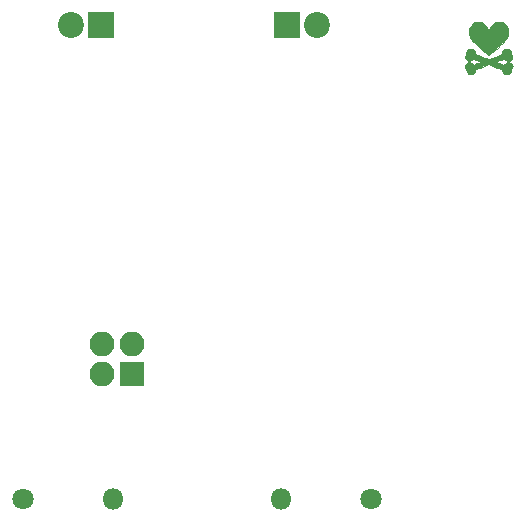
<source format=gbs>
G04 #@! TF.FileFunction,Soldermask,Bot*
%FSLAX46Y46*%
G04 Gerber Fmt 4.6, Leading zero omitted, Abs format (unit mm)*
G04 Created by KiCad (PCBNEW 4.0.7) date Thursday, July 26, 2018 'AMt' 11:31:36 AM*
%MOMM*%
%LPD*%
G01*
G04 APERTURE LIST*
%ADD10C,0.100000*%
%ADD11C,0.010000*%
%ADD12R,2.200000X2.200000*%
%ADD13C,2.200000*%
%ADD14C,1.800000*%
%ADD15O,1.800000X1.800000*%
%ADD16R,2.100000X2.100000*%
%ADD17O,2.100000X2.100000*%
G04 APERTURE END LIST*
D10*
D11*
G36*
X174896133Y-82809833D02*
X174827449Y-82839295D01*
X174745423Y-82914760D01*
X174691502Y-83015376D01*
X174674239Y-83123025D01*
X174677876Y-83156114D01*
X174693861Y-83241320D01*
X174108105Y-83459015D01*
X173522349Y-83676709D01*
X172945622Y-83462859D01*
X172784865Y-83403390D01*
X172640579Y-83350280D01*
X172519390Y-83305947D01*
X172427926Y-83272809D01*
X172372815Y-83253283D01*
X172359399Y-83249009D01*
X172356944Y-83226814D01*
X172362504Y-83171520D01*
X172365554Y-83151143D01*
X172360566Y-83031834D01*
X172309605Y-82925552D01*
X172217453Y-82842194D01*
X172215787Y-82841173D01*
X172108300Y-82801157D01*
X171982540Y-82792018D01*
X171860572Y-82813667D01*
X171795972Y-82842854D01*
X171719379Y-82913399D01*
X171665907Y-83008503D01*
X171644743Y-83109002D01*
X171648236Y-83151025D01*
X171647121Y-83216983D01*
X171616144Y-83254491D01*
X171573683Y-83298708D01*
X171530373Y-83364172D01*
X171525177Y-83373908D01*
X171496935Y-83444269D01*
X171497021Y-83508546D01*
X171509138Y-83556369D01*
X171565790Y-83665691D01*
X171654606Y-83745311D01*
X171764697Y-83792582D01*
X171885172Y-83804856D01*
X172005139Y-83779487D01*
X172113709Y-83713828D01*
X172122889Y-83705534D01*
X172204020Y-83629747D01*
X172557015Y-83761361D01*
X172679859Y-83807901D01*
X172782953Y-83848374D01*
X172858247Y-83879503D01*
X172897690Y-83898017D01*
X172901526Y-83901458D01*
X172875933Y-83912890D01*
X172811360Y-83938543D01*
X172716532Y-83975034D01*
X172600175Y-84018978D01*
X172551854Y-84037031D01*
X172403676Y-84090450D01*
X172298401Y-84124096D01*
X172232502Y-84138928D01*
X172202449Y-84135903D01*
X172200113Y-84132441D01*
X172175763Y-84095600D01*
X172128724Y-84044204D01*
X172115659Y-84031651D01*
X172011885Y-83965636D01*
X171893898Y-83939315D01*
X171773302Y-83949927D01*
X171661701Y-83994709D01*
X171570697Y-84070900D01*
X171512036Y-84175309D01*
X171496415Y-84288622D01*
X171529664Y-84390021D01*
X171589055Y-84462074D01*
X171638558Y-84521434D01*
X171650172Y-84577629D01*
X171647456Y-84596738D01*
X171651447Y-84689977D01*
X171690977Y-84787838D01*
X171756668Y-84871107D01*
X171795972Y-84901010D01*
X171906469Y-84942525D01*
X172034360Y-84951880D01*
X172157652Y-84929074D01*
X172218552Y-84901010D01*
X172289323Y-84837214D01*
X172342289Y-84751510D01*
X172368140Y-84662373D01*
X172365519Y-84609387D01*
X172363815Y-84590881D01*
X172372186Y-84573072D01*
X172396020Y-84553382D01*
X172440703Y-84529236D01*
X172511621Y-84498055D01*
X172614158Y-84457263D01*
X172753703Y-84404283D01*
X172935640Y-84336539D01*
X172936410Y-84336254D01*
X173521413Y-84119345D01*
X174096334Y-84332525D01*
X174256841Y-84391899D01*
X174400882Y-84444909D01*
X174521816Y-84489133D01*
X174613001Y-84522151D01*
X174667796Y-84541540D01*
X174680934Y-84545706D01*
X174682936Y-84566709D01*
X174675201Y-84607114D01*
X174677694Y-84687989D01*
X174714528Y-84777884D01*
X174776606Y-84859380D01*
X174828836Y-84901261D01*
X174937074Y-84942352D01*
X175062778Y-84951748D01*
X175183691Y-84929371D01*
X175241413Y-84902691D01*
X175327749Y-84826143D01*
X175381865Y-84728427D01*
X175395748Y-84624930D01*
X175393884Y-84609980D01*
X175393572Y-84542224D01*
X175423855Y-84502726D01*
X175425362Y-84501767D01*
X175480798Y-84443308D01*
X175523658Y-84355960D01*
X175545283Y-84261530D01*
X175543445Y-84204444D01*
X175500994Y-84106400D01*
X175420238Y-84023212D01*
X175313354Y-83963606D01*
X175192517Y-83936310D01*
X175168178Y-83935495D01*
X175079199Y-83952785D01*
X174984267Y-83996993D01*
X174903920Y-84056629D01*
X174865411Y-84104892D01*
X174825690Y-84149395D01*
X174792930Y-84150165D01*
X174755002Y-84135618D01*
X174679788Y-84107273D01*
X174577673Y-84069028D01*
X174459043Y-84024782D01*
X174441431Y-84018227D01*
X174326497Y-83974718D01*
X174231848Y-83937460D01*
X174166048Y-83909934D01*
X174137666Y-83895621D01*
X174137258Y-83894622D01*
X174162546Y-83883682D01*
X174227088Y-83858645D01*
X174322335Y-83822752D01*
X174439737Y-83779243D01*
X174499274Y-83757400D01*
X174639794Y-83706892D01*
X174740257Y-83673378D01*
X174807869Y-83655093D01*
X174849836Y-83650269D01*
X174873363Y-83657140D01*
X174880173Y-83664007D01*
X174942328Y-83720776D01*
X175031060Y-83771167D01*
X175122425Y-83803037D01*
X175164716Y-83808273D01*
X175288675Y-83788630D01*
X175400237Y-83735023D01*
X175487525Y-83655886D01*
X175538663Y-83559648D01*
X175543445Y-83539420D01*
X175541191Y-83452622D01*
X175511816Y-83358087D01*
X175463981Y-83277624D01*
X175425362Y-83242097D01*
X175394038Y-83203243D01*
X175393450Y-83136616D01*
X175393884Y-83133883D01*
X175386672Y-83030841D01*
X175338034Y-82931291D01*
X175255984Y-82850620D01*
X175241413Y-82841173D01*
X175137587Y-82802323D01*
X175014982Y-82791842D01*
X174896133Y-82809833D01*
X174896133Y-82809833D01*
G37*
X174896133Y-82809833D02*
X174827449Y-82839295D01*
X174745423Y-82914760D01*
X174691502Y-83015376D01*
X174674239Y-83123025D01*
X174677876Y-83156114D01*
X174693861Y-83241320D01*
X174108105Y-83459015D01*
X173522349Y-83676709D01*
X172945622Y-83462859D01*
X172784865Y-83403390D01*
X172640579Y-83350280D01*
X172519390Y-83305947D01*
X172427926Y-83272809D01*
X172372815Y-83253283D01*
X172359399Y-83249009D01*
X172356944Y-83226814D01*
X172362504Y-83171520D01*
X172365554Y-83151143D01*
X172360566Y-83031834D01*
X172309605Y-82925552D01*
X172217453Y-82842194D01*
X172215787Y-82841173D01*
X172108300Y-82801157D01*
X171982540Y-82792018D01*
X171860572Y-82813667D01*
X171795972Y-82842854D01*
X171719379Y-82913399D01*
X171665907Y-83008503D01*
X171644743Y-83109002D01*
X171648236Y-83151025D01*
X171647121Y-83216983D01*
X171616144Y-83254491D01*
X171573683Y-83298708D01*
X171530373Y-83364172D01*
X171525177Y-83373908D01*
X171496935Y-83444269D01*
X171497021Y-83508546D01*
X171509138Y-83556369D01*
X171565790Y-83665691D01*
X171654606Y-83745311D01*
X171764697Y-83792582D01*
X171885172Y-83804856D01*
X172005139Y-83779487D01*
X172113709Y-83713828D01*
X172122889Y-83705534D01*
X172204020Y-83629747D01*
X172557015Y-83761361D01*
X172679859Y-83807901D01*
X172782953Y-83848374D01*
X172858247Y-83879503D01*
X172897690Y-83898017D01*
X172901526Y-83901458D01*
X172875933Y-83912890D01*
X172811360Y-83938543D01*
X172716532Y-83975034D01*
X172600175Y-84018978D01*
X172551854Y-84037031D01*
X172403676Y-84090450D01*
X172298401Y-84124096D01*
X172232502Y-84138928D01*
X172202449Y-84135903D01*
X172200113Y-84132441D01*
X172175763Y-84095600D01*
X172128724Y-84044204D01*
X172115659Y-84031651D01*
X172011885Y-83965636D01*
X171893898Y-83939315D01*
X171773302Y-83949927D01*
X171661701Y-83994709D01*
X171570697Y-84070900D01*
X171512036Y-84175309D01*
X171496415Y-84288622D01*
X171529664Y-84390021D01*
X171589055Y-84462074D01*
X171638558Y-84521434D01*
X171650172Y-84577629D01*
X171647456Y-84596738D01*
X171651447Y-84689977D01*
X171690977Y-84787838D01*
X171756668Y-84871107D01*
X171795972Y-84901010D01*
X171906469Y-84942525D01*
X172034360Y-84951880D01*
X172157652Y-84929074D01*
X172218552Y-84901010D01*
X172289323Y-84837214D01*
X172342289Y-84751510D01*
X172368140Y-84662373D01*
X172365519Y-84609387D01*
X172363815Y-84590881D01*
X172372186Y-84573072D01*
X172396020Y-84553382D01*
X172440703Y-84529236D01*
X172511621Y-84498055D01*
X172614158Y-84457263D01*
X172753703Y-84404283D01*
X172935640Y-84336539D01*
X172936410Y-84336254D01*
X173521413Y-84119345D01*
X174096334Y-84332525D01*
X174256841Y-84391899D01*
X174400882Y-84444909D01*
X174521816Y-84489133D01*
X174613001Y-84522151D01*
X174667796Y-84541540D01*
X174680934Y-84545706D01*
X174682936Y-84566709D01*
X174675201Y-84607114D01*
X174677694Y-84687989D01*
X174714528Y-84777884D01*
X174776606Y-84859380D01*
X174828836Y-84901261D01*
X174937074Y-84942352D01*
X175062778Y-84951748D01*
X175183691Y-84929371D01*
X175241413Y-84902691D01*
X175327749Y-84826143D01*
X175381865Y-84728427D01*
X175395748Y-84624930D01*
X175393884Y-84609980D01*
X175393572Y-84542224D01*
X175423855Y-84502726D01*
X175425362Y-84501767D01*
X175480798Y-84443308D01*
X175523658Y-84355960D01*
X175545283Y-84261530D01*
X175543445Y-84204444D01*
X175500994Y-84106400D01*
X175420238Y-84023212D01*
X175313354Y-83963606D01*
X175192517Y-83936310D01*
X175168178Y-83935495D01*
X175079199Y-83952785D01*
X174984267Y-83996993D01*
X174903920Y-84056629D01*
X174865411Y-84104892D01*
X174825690Y-84149395D01*
X174792930Y-84150165D01*
X174755002Y-84135618D01*
X174679788Y-84107273D01*
X174577673Y-84069028D01*
X174459043Y-84024782D01*
X174441431Y-84018227D01*
X174326497Y-83974718D01*
X174231848Y-83937460D01*
X174166048Y-83909934D01*
X174137666Y-83895621D01*
X174137258Y-83894622D01*
X174162546Y-83883682D01*
X174227088Y-83858645D01*
X174322335Y-83822752D01*
X174439737Y-83779243D01*
X174499274Y-83757400D01*
X174639794Y-83706892D01*
X174740257Y-83673378D01*
X174807869Y-83655093D01*
X174849836Y-83650269D01*
X174873363Y-83657140D01*
X174880173Y-83664007D01*
X174942328Y-83720776D01*
X175031060Y-83771167D01*
X175122425Y-83803037D01*
X175164716Y-83808273D01*
X175288675Y-83788630D01*
X175400237Y-83735023D01*
X175487525Y-83655886D01*
X175538663Y-83559648D01*
X175543445Y-83539420D01*
X175541191Y-83452622D01*
X175511816Y-83358087D01*
X175463981Y-83277624D01*
X175425362Y-83242097D01*
X175394038Y-83203243D01*
X175393450Y-83136616D01*
X175393884Y-83133883D01*
X175386672Y-83030841D01*
X175338034Y-82931291D01*
X175255984Y-82850620D01*
X175241413Y-82841173D01*
X175137587Y-82802323D01*
X175014982Y-82791842D01*
X174896133Y-82809833D01*
G36*
X174258004Y-80517563D02*
X174109280Y-80566602D01*
X173991065Y-80638914D01*
X173864074Y-80745862D01*
X173740503Y-80875756D01*
X173632549Y-81016908D01*
X173620707Y-81034843D01*
X173573889Y-81103142D01*
X173536870Y-81149997D01*
X173520075Y-81164124D01*
X173498208Y-81144527D01*
X173459279Y-81093901D01*
X173424757Y-81043046D01*
X173346010Y-80938416D01*
X173244064Y-80826811D01*
X173131057Y-80719513D01*
X173019129Y-80627802D01*
X172920417Y-80562958D01*
X172894219Y-80549997D01*
X172812344Y-80519918D01*
X172730237Y-80506483D01*
X172625927Y-80506676D01*
X172592443Y-80508588D01*
X172394496Y-80543647D01*
X172223398Y-80621801D01*
X172078897Y-80743233D01*
X171960736Y-80908123D01*
X171921394Y-80984986D01*
X171867373Y-81158172D01*
X171853033Y-81351711D01*
X171876956Y-81556010D01*
X171937723Y-81761478D01*
X172033915Y-81958523D01*
X172074847Y-82022495D01*
X172157848Y-82129059D01*
X172276020Y-82259434D01*
X172423238Y-82407764D01*
X172593375Y-82568192D01*
X172780306Y-82734861D01*
X172977902Y-82901912D01*
X173087688Y-82990859D01*
X173213108Y-83090235D01*
X173325240Y-83177865D01*
X173417993Y-83249086D01*
X173485277Y-83299240D01*
X173520998Y-83323664D01*
X173524776Y-83325285D01*
X173553186Y-83307257D01*
X173556872Y-83302029D01*
X173580021Y-83279958D01*
X173637004Y-83230879D01*
X173722015Y-83159637D01*
X173829247Y-83071074D01*
X173952896Y-82970036D01*
X174021608Y-82914292D01*
X174291772Y-82690687D01*
X174520843Y-82489408D01*
X174711452Y-82306814D01*
X174866226Y-82139263D01*
X174987795Y-81983114D01*
X175078786Y-81834726D01*
X175141829Y-81690455D01*
X175179552Y-81546662D01*
X175194584Y-81399703D01*
X175192932Y-81291599D01*
X175165289Y-81100367D01*
X175102756Y-80937850D01*
X174999462Y-80791011D01*
X174939040Y-80727472D01*
X174787056Y-80610971D01*
X174616965Y-80536004D01*
X174437652Y-80504294D01*
X174258004Y-80517563D01*
X174258004Y-80517563D01*
G37*
X174258004Y-80517563D02*
X174109280Y-80566602D01*
X173991065Y-80638914D01*
X173864074Y-80745862D01*
X173740503Y-80875756D01*
X173632549Y-81016908D01*
X173620707Y-81034843D01*
X173573889Y-81103142D01*
X173536870Y-81149997D01*
X173520075Y-81164124D01*
X173498208Y-81144527D01*
X173459279Y-81093901D01*
X173424757Y-81043046D01*
X173346010Y-80938416D01*
X173244064Y-80826811D01*
X173131057Y-80719513D01*
X173019129Y-80627802D01*
X172920417Y-80562958D01*
X172894219Y-80549997D01*
X172812344Y-80519918D01*
X172730237Y-80506483D01*
X172625927Y-80506676D01*
X172592443Y-80508588D01*
X172394496Y-80543647D01*
X172223398Y-80621801D01*
X172078897Y-80743233D01*
X171960736Y-80908123D01*
X171921394Y-80984986D01*
X171867373Y-81158172D01*
X171853033Y-81351711D01*
X171876956Y-81556010D01*
X171937723Y-81761478D01*
X172033915Y-81958523D01*
X172074847Y-82022495D01*
X172157848Y-82129059D01*
X172276020Y-82259434D01*
X172423238Y-82407764D01*
X172593375Y-82568192D01*
X172780306Y-82734861D01*
X172977902Y-82901912D01*
X173087688Y-82990859D01*
X173213108Y-83090235D01*
X173325240Y-83177865D01*
X173417993Y-83249086D01*
X173485277Y-83299240D01*
X173520998Y-83323664D01*
X173524776Y-83325285D01*
X173553186Y-83307257D01*
X173556872Y-83302029D01*
X173580021Y-83279958D01*
X173637004Y-83230879D01*
X173722015Y-83159637D01*
X173829247Y-83071074D01*
X173952896Y-82970036D01*
X174021608Y-82914292D01*
X174291772Y-82690687D01*
X174520843Y-82489408D01*
X174711452Y-82306814D01*
X174866226Y-82139263D01*
X174987795Y-81983114D01*
X175078786Y-81834726D01*
X175141829Y-81690455D01*
X175179552Y-81546662D01*
X175194584Y-81399703D01*
X175192932Y-81291599D01*
X175165289Y-81100367D01*
X175102756Y-80937850D01*
X174999462Y-80791011D01*
X174939040Y-80727472D01*
X174787056Y-80610971D01*
X174616965Y-80536004D01*
X174437652Y-80504294D01*
X174258004Y-80517563D01*
D12*
X156464000Y-80772000D03*
D13*
X159004000Y-80772000D03*
D12*
X140716000Y-80772000D03*
D13*
X138176000Y-80772000D03*
D14*
X134112000Y-120904000D03*
D15*
X141732000Y-120904000D03*
D16*
X143319500Y-110299500D03*
D17*
X143319500Y-107759500D03*
X140779500Y-110299500D03*
X140779500Y-107759500D03*
D14*
X163576000Y-120904000D03*
D15*
X155956000Y-120904000D03*
M02*

</source>
